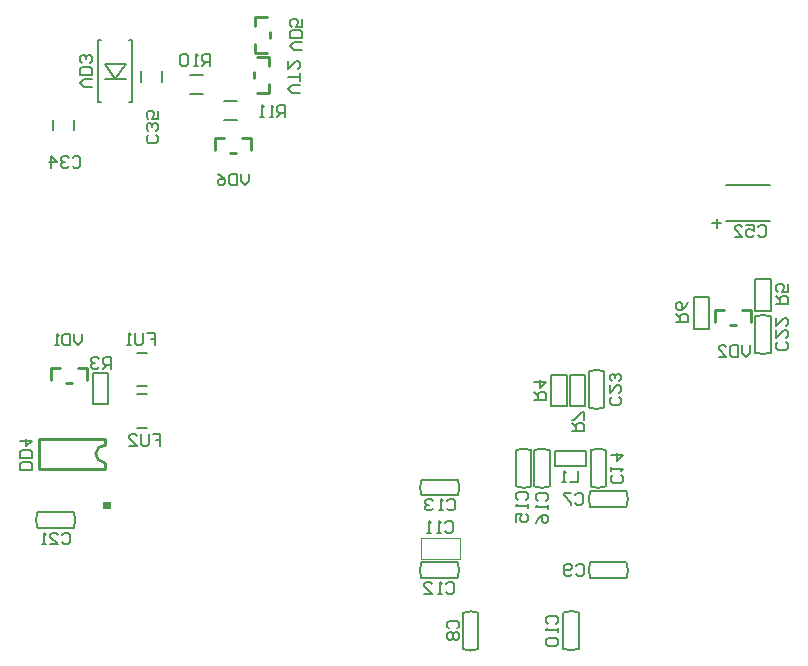
<source format=gbo>
G04 Layer_Color=32896*
%FSLAX24Y24*%
%MOIN*%
G70*
G01*
G75*
%ADD10C,0.0079*%
%ADD71C,0.0070*%
%ADD73C,0.0100*%
%ADD75C,0.0039*%
%ADD76C,0.0050*%
%ADD77C,0.0067*%
G36*
X35067Y29014D02*
X34817D01*
Y29264D01*
X35067D01*
Y29014D01*
D02*
G37*
D10*
X55578Y38632D02*
X57038D01*
X55578Y39812D02*
X57038D01*
X55118Y38552D02*
X55418D01*
X55268Y38402D02*
Y38702D01*
X38858Y41988D02*
X39291D01*
X38858Y42618D02*
X39291D01*
X37717Y43494D02*
X38150D01*
X37717Y42864D02*
X38150D01*
X34646Y42579D02*
Y44665D01*
X35787Y42579D02*
Y44665D01*
X34646Y42579D02*
X34754D01*
X35679D02*
X35787D01*
X34646Y44665D02*
X34754D01*
X35679D02*
X35787D01*
X35935Y32844D02*
X36289D01*
X35935Y31742D02*
X36289D01*
X35935Y34242D02*
X36289D01*
X35935Y33140D02*
X36289D01*
X50555Y29491D02*
X50620Y29557D01*
X50751D01*
X50817Y29491D01*
Y29229D01*
X50751Y29163D01*
X50620D01*
X50555Y29229D01*
X50423Y29557D02*
X50161D01*
Y29491D01*
X50423Y29229D01*
Y29163D01*
X46345Y25043D02*
X46280Y25108D01*
Y25240D01*
X46345Y25305D01*
X46608D01*
X46673Y25240D01*
Y25108D01*
X46608Y25043D01*
X46345Y24912D02*
X46280Y24846D01*
Y24715D01*
X46345Y24649D01*
X46411D01*
X46476Y24715D01*
X46542Y24649D01*
X46608D01*
X46673Y24715D01*
Y24846D01*
X46608Y24912D01*
X46542D01*
X46476Y24846D01*
X46411Y24912D01*
X46345D01*
X46476Y24846D02*
Y24715D01*
X50574Y27119D02*
X50640Y27185D01*
X50771D01*
X50837Y27119D01*
Y26857D01*
X50771Y26791D01*
X50640D01*
X50574Y26857D01*
X50443D02*
X50377Y26791D01*
X50246D01*
X50181Y26857D01*
Y27119D01*
X50246Y27185D01*
X50377D01*
X50443Y27119D01*
Y27054D01*
X50377Y26988D01*
X50181D01*
X49642Y25190D02*
X49577Y25256D01*
Y25387D01*
X49642Y25453D01*
X49905D01*
X49970Y25387D01*
Y25256D01*
X49905Y25190D01*
X49970Y25059D02*
Y24928D01*
Y24994D01*
X49577D01*
X49642Y25059D01*
Y24731D02*
X49577Y24666D01*
Y24534D01*
X49642Y24469D01*
X49905D01*
X49970Y24534D01*
Y24666D01*
X49905Y24731D01*
X49642D01*
X46204Y28566D02*
X46270Y28632D01*
X46401D01*
X46467Y28566D01*
Y28304D01*
X46401Y28238D01*
X46270D01*
X46204Y28304D01*
X46073Y28238D02*
X45942D01*
X46007D01*
Y28632D01*
X46073Y28566D01*
X45745Y28238D02*
X45614D01*
X45679D01*
Y28632D01*
X45745Y28566D01*
X46234Y26529D02*
X46299Y26594D01*
X46430D01*
X46496Y26529D01*
Y26266D01*
X46430Y26201D01*
X46299D01*
X46234Y26266D01*
X46102Y26201D02*
X45971D01*
X46037D01*
Y26594D01*
X46102Y26529D01*
X45512Y26201D02*
X45775D01*
X45512Y26463D01*
Y26529D01*
X45578Y26594D01*
X45709D01*
X45775Y26529D01*
X46273Y29304D02*
X46339Y29370D01*
X46470D01*
X46535Y29304D01*
Y29042D01*
X46470Y28976D01*
X46339D01*
X46273Y29042D01*
X46142Y28976D02*
X46011D01*
X46076D01*
Y29370D01*
X46142Y29304D01*
X45814D02*
X45748Y29370D01*
X45617D01*
X45552Y29304D01*
Y29239D01*
X45617Y29173D01*
X45683D01*
X45617D01*
X45552Y29108D01*
Y29042D01*
X45617Y28976D01*
X45748D01*
X45814Y29042D01*
X52070Y30164D02*
X52136Y30098D01*
Y29967D01*
X52070Y29902D01*
X51808D01*
X51742Y29967D01*
Y30098D01*
X51808Y30164D01*
X51742Y30295D02*
Y30426D01*
Y30361D01*
X52136D01*
X52070Y30295D01*
X51742Y30820D02*
X52136D01*
X51939Y30623D01*
Y30886D01*
X48648Y29324D02*
X48583Y29390D01*
Y29521D01*
X48648Y29587D01*
X48911D01*
X48976Y29521D01*
Y29390D01*
X48911Y29324D01*
X48976Y29193D02*
Y29062D01*
Y29127D01*
X48583D01*
X48648Y29193D01*
X48583Y28603D02*
Y28865D01*
X48780D01*
X48714Y28734D01*
Y28668D01*
X48780Y28603D01*
X48911D01*
X48976Y28668D01*
Y28799D01*
X48911Y28865D01*
X49318Y29285D02*
X49252Y29350D01*
Y29482D01*
X49318Y29547D01*
X49580D01*
X49646Y29482D01*
Y29350D01*
X49580Y29285D01*
X49646Y29154D02*
Y29022D01*
Y29088D01*
X49252D01*
X49318Y29154D01*
X49252Y28563D02*
X49318Y28695D01*
X49449Y28826D01*
X49580D01*
X49646Y28760D01*
Y28629D01*
X49580Y28563D01*
X49514D01*
X49449Y28629D01*
Y28826D01*
X33448Y28172D02*
X33514Y28238D01*
X33645D01*
X33711Y28172D01*
Y27910D01*
X33645Y27844D01*
X33514D01*
X33448Y27910D01*
X33055Y27844D02*
X33317D01*
X33055Y28107D01*
Y28172D01*
X33120Y28238D01*
X33251D01*
X33317Y28172D01*
X32923Y27844D02*
X32792D01*
X32858D01*
Y28238D01*
X32923Y28172D01*
X57582Y34593D02*
X57648Y34527D01*
Y34396D01*
X57582Y34331D01*
X57320D01*
X57254Y34396D01*
Y34527D01*
X57320Y34593D01*
X57254Y34987D02*
Y34724D01*
X57516Y34987D01*
X57582D01*
X57648Y34921D01*
Y34790D01*
X57582Y34724D01*
X57254Y35380D02*
Y35118D01*
X57516Y35380D01*
X57582D01*
X57648Y35315D01*
Y35183D01*
X57582Y35118D01*
X52021Y32753D02*
X52086Y32687D01*
Y32556D01*
X52021Y32490D01*
X51759D01*
X51693Y32556D01*
Y32687D01*
X51759Y32753D01*
X51693Y33146D02*
Y32884D01*
X51955Y33146D01*
X52021D01*
X52086Y33081D01*
Y32949D01*
X52021Y32884D01*
Y33277D02*
X52086Y33343D01*
Y33474D01*
X52021Y33540D01*
X51955D01*
X51890Y33474D01*
Y33409D01*
Y33474D01*
X51824Y33540D01*
X51759D01*
X51693Y33474D01*
Y33343D01*
X51759Y33277D01*
X33793Y40732D02*
X33858Y40797D01*
X33990D01*
X34055Y40732D01*
Y40469D01*
X33990Y40404D01*
X33858D01*
X33793Y40469D01*
X33662Y40732D02*
X33596Y40797D01*
X33465D01*
X33399Y40732D01*
Y40666D01*
X33465Y40600D01*
X33530D01*
X33465D01*
X33399Y40535D01*
Y40469D01*
X33465Y40404D01*
X33596D01*
X33662Y40469D01*
X33071Y40404D02*
Y40797D01*
X33268Y40600D01*
X33006D01*
X36588Y41493D02*
X36653Y41427D01*
Y41296D01*
X36588Y41230D01*
X36325D01*
X36260Y41296D01*
Y41427D01*
X36325Y41493D01*
X36588Y41624D02*
X36653Y41689D01*
Y41821D01*
X36588Y41886D01*
X36522D01*
X36457Y41821D01*
Y41755D01*
Y41821D01*
X36391Y41886D01*
X36325D01*
X36260Y41821D01*
Y41689D01*
X36325Y41624D01*
X36653Y42280D02*
Y42017D01*
X36457D01*
X36522Y42149D01*
Y42214D01*
X36457Y42280D01*
X36325D01*
X36260Y42214D01*
Y42083D01*
X36325Y42017D01*
X56647Y38419D02*
X56713Y38484D01*
X56844D01*
X56909Y38419D01*
Y38156D01*
X56844Y38091D01*
X56713D01*
X56647Y38156D01*
X56253Y38484D02*
X56516D01*
Y38287D01*
X56385Y38353D01*
X56319D01*
X56253Y38287D01*
Y38156D01*
X56319Y38091D01*
X56450D01*
X56516Y38156D01*
X55860Y38091D02*
X56122D01*
X55860Y38353D01*
Y38419D01*
X55926Y38484D01*
X56057D01*
X56122Y38419D01*
X32451Y30325D02*
X32057D01*
Y30522D01*
X32123Y30587D01*
X32385D01*
X32451Y30522D01*
Y30325D01*
Y30718D02*
X32057D01*
Y30915D01*
X32123Y30981D01*
X32385D01*
X32451Y30915D01*
Y30718D01*
X32057Y31309D02*
X32451D01*
X32254Y31112D01*
Y31374D01*
X50650Y30305D02*
Y29911D01*
X50387D01*
X50256D02*
X50125D01*
X50190D01*
Y30305D01*
X50256Y30239D01*
X35069Y33701D02*
Y34094D01*
X34872D01*
X34807Y34029D01*
Y33898D01*
X34872Y33832D01*
X35069D01*
X34938D02*
X34807Y33701D01*
X34675Y34029D02*
X34610Y34094D01*
X34479D01*
X34413Y34029D01*
Y33963D01*
X34479Y33898D01*
X34544D01*
X34479D01*
X34413Y33832D01*
Y33766D01*
X34479Y33701D01*
X34610D01*
X34675Y33766D01*
X49173Y32657D02*
X49567D01*
Y32854D01*
X49501Y32920D01*
X49370D01*
X49304Y32854D01*
Y32657D01*
Y32789D02*
X49173Y32920D01*
Y33248D02*
X49567D01*
X49370Y33051D01*
Y33313D01*
X57234Y35856D02*
X57628D01*
Y36053D01*
X57562Y36119D01*
X57431D01*
X57365Y36053D01*
Y35856D01*
Y35987D02*
X57234Y36119D01*
X57628Y36512D02*
Y36250D01*
X57431D01*
X57497Y36381D01*
Y36447D01*
X57431Y36512D01*
X57300D01*
X57234Y36447D01*
Y36315D01*
X57300Y36250D01*
X53917Y35256D02*
X54310D01*
Y35453D01*
X54245Y35518D01*
X54113D01*
X54048Y35453D01*
Y35256D01*
Y35387D02*
X53917Y35518D01*
X54310Y35912D02*
X54245Y35781D01*
X54113Y35649D01*
X53982D01*
X53917Y35715D01*
Y35846D01*
X53982Y35912D01*
X54048D01*
X54113Y35846D01*
Y35649D01*
X50453Y31614D02*
X50846D01*
Y31811D01*
X50781Y31877D01*
X50650D01*
X50584Y31811D01*
Y31614D01*
Y31745D02*
X50453Y31877D01*
X50846Y32008D02*
Y32270D01*
X50781D01*
X50518Y32008D01*
X50453D01*
X38366Y43799D02*
Y44193D01*
X38169D01*
X38104Y44127D01*
Y43996D01*
X38169Y43930D01*
X38366D01*
X38235D02*
X38104Y43799D01*
X37973D02*
X37841D01*
X37907D01*
Y44193D01*
X37973Y44127D01*
X37645D02*
X37579Y44193D01*
X37448D01*
X37382Y44127D01*
Y43865D01*
X37448Y43799D01*
X37579D01*
X37645Y43865D01*
Y44127D01*
X40886Y42106D02*
Y42500D01*
X40689D01*
X40623Y42434D01*
Y42303D01*
X40689Y42237D01*
X40886D01*
X40755D02*
X40623Y42106D01*
X40492D02*
X40361D01*
X40427D01*
Y42500D01*
X40492Y42434D01*
X40164Y42106D02*
X40033D01*
X40099D01*
Y42500D01*
X40164Y42434D01*
X34114Y34872D02*
Y34610D01*
X33983Y34478D01*
X33852Y34610D01*
Y34872D01*
X33721D02*
Y34478D01*
X33524D01*
X33458Y34544D01*
Y34806D01*
X33524Y34872D01*
X33721D01*
X33327Y34478D02*
X33196D01*
X33261D01*
Y34872D01*
X33327Y34806D01*
X56378Y34488D02*
Y34226D01*
X56247Y34094D01*
X56116Y34226D01*
Y34488D01*
X55984D02*
Y34094D01*
X55788D01*
X55722Y34160D01*
Y34422D01*
X55788Y34488D01*
X55984D01*
X55328Y34094D02*
X55591D01*
X55328Y34357D01*
Y34422D01*
X55394Y34488D01*
X55525D01*
X55591Y34422D01*
X34439Y43100D02*
X34176D01*
X34045Y43232D01*
X34176Y43363D01*
X34439D01*
Y43494D02*
X34045D01*
Y43691D01*
X34111Y43756D01*
X34373D01*
X34439Y43691D01*
Y43494D01*
X34373Y43888D02*
X34439Y43953D01*
Y44084D01*
X34373Y44150D01*
X34308D01*
X34242Y44084D01*
Y44019D01*
Y44084D01*
X34176Y44150D01*
X34111D01*
X34045Y44084D01*
Y43953D01*
X34111Y43888D01*
X41447Y44321D02*
X41184D01*
X41053Y44452D01*
X41184Y44583D01*
X41447D01*
Y44714D02*
X41053D01*
Y44911D01*
X41119Y44977D01*
X41381D01*
X41447Y44911D01*
Y44714D01*
Y45370D02*
Y45108D01*
X41250D01*
X41316Y45239D01*
Y45305D01*
X41250Y45370D01*
X41119D01*
X41053Y45305D01*
Y45174D01*
X41119Y45108D01*
X39675Y40207D02*
Y39944D01*
X39544Y39813D01*
X39413Y39944D01*
Y40207D01*
X39282D02*
Y39813D01*
X39085D01*
X39019Y39879D01*
Y40141D01*
X39085Y40207D01*
X39282D01*
X38626D02*
X38757Y40141D01*
X38888Y40010D01*
Y39879D01*
X38822Y39813D01*
X38691D01*
X38626Y39879D01*
Y39944D01*
X38691Y40010D01*
X38888D01*
X41368Y42894D02*
X41106D01*
X40974Y43025D01*
X41106Y43156D01*
X41368D01*
Y43287D02*
Y43550D01*
Y43418D01*
X40974D01*
Y43943D02*
Y43681D01*
X41237Y43943D01*
X41302D01*
X41368Y43878D01*
Y43746D01*
X41302Y43681D01*
X36273Y34901D02*
X36535D01*
Y34705D01*
X36404D01*
X36535D01*
Y34508D01*
X36142Y34901D02*
Y34573D01*
X36076Y34508D01*
X35945D01*
X35879Y34573D01*
Y34901D01*
X35748Y34508D02*
X35617D01*
X35683D01*
Y34901D01*
X35748Y34836D01*
X36460Y31535D02*
X36722D01*
Y31339D01*
X36591D01*
X36722D01*
Y31142D01*
X36329Y31535D02*
Y31207D01*
X36263Y31142D01*
X36132D01*
X36066Y31207D01*
Y31535D01*
X35673Y31142D02*
X35935D01*
X35673Y31404D01*
Y31470D01*
X35739Y31535D01*
X35870D01*
X35935Y31470D01*
D71*
X51005Y32408D02*
G03*
X51516Y32409I255J609D01*
G01*
Y33616D02*
G03*
X51005Y33616I-256J-608D01*
G01*
X57067Y35446D02*
G03*
X56556Y35446I-255J-609D01*
G01*
Y34239D02*
G03*
X57067Y34238I256J608D01*
G01*
X32625Y28917D02*
G03*
X32624Y28407I608J-256D01*
G01*
X33832D02*
G03*
X33831Y28917I-609J255D01*
G01*
X45420Y27244D02*
G03*
X45419Y26733I608J-256D01*
G01*
X46627D02*
G03*
X46627Y27244I-609J255D01*
G01*
X45430Y30000D02*
G03*
X45429Y29489I608J-256D01*
G01*
X46637D02*
G03*
X46637Y30000I-609J255D01*
G01*
X52257Y29104D02*
G03*
X52258Y29615I-608J256D01*
G01*
X51050D02*
G03*
X51050Y29104I609J-255D01*
G01*
X52257Y26732D02*
G03*
X52258Y27243I-608J256D01*
G01*
X51050D02*
G03*
X51050Y26732I609J-255D01*
G01*
X50158Y24367D02*
G03*
X50668Y24366I256J608D01*
G01*
Y25574D02*
G03*
X50158Y25574I-255J-609D01*
G01*
X46811Y24357D02*
G03*
X47322Y24356I256J608D01*
G01*
Y25564D02*
G03*
X46811Y25564I-255J-609D01*
G01*
X49695Y30988D02*
G03*
X49184Y30988I-256J-608D01*
G01*
Y29780D02*
G03*
X49695Y29781I255J609D01*
G01*
X49085Y30988D02*
G03*
X48574Y30988I-256J-608D01*
G01*
Y29780D02*
G03*
X49085Y29781I255J609D01*
G01*
X51575Y30988D02*
G03*
X51064Y30988I-256J-608D01*
G01*
Y29780D02*
G03*
X51575Y29781I255J609D01*
G01*
X49754Y32461D02*
X50266D01*
X49754Y33504D02*
X50266D01*
X49754Y32461D02*
Y33504D01*
X50266Y32461D02*
Y33504D01*
X50364Y33504D02*
X50876D01*
X50364Y32461D02*
X50876D01*
Y33504D01*
X50364Y32461D02*
Y33504D01*
X51005Y32412D02*
Y33612D01*
X51516Y32411D02*
Y33612D01*
X54508Y36083D02*
X55020D01*
X54508Y35039D02*
X55020D01*
Y36083D01*
X54508Y35039D02*
Y36083D01*
X56555Y35640D02*
X57067D01*
X56555Y36683D02*
X57067D01*
X56555Y35640D02*
Y36683D01*
X57067Y35640D02*
Y36683D01*
Y34242D02*
Y35442D01*
X56556Y34242D02*
Y35443D01*
X32628Y28917D02*
X33829D01*
X32628Y28406D02*
X33828D01*
X34970Y32520D02*
Y33563D01*
X34459Y32520D02*
Y33563D01*
X34970D01*
X34459Y32520D02*
X34970D01*
X45423Y27244D02*
X46624D01*
X45423Y26733D02*
X46623D01*
X45433Y30000D02*
X46634D01*
X45433Y29489D02*
X46633D01*
X51053Y29104D02*
X52254D01*
X51054Y29615D02*
X52254D01*
X51053Y26732D02*
X52254D01*
X51054Y27243D02*
X52254D01*
X50157Y24370D02*
Y25571D01*
X50668Y24370D02*
Y25570D01*
X46811Y24360D02*
Y25561D01*
X47322Y24360D02*
Y25560D01*
X49695Y29783D02*
Y30984D01*
X49184Y29784D02*
Y30984D01*
X49085Y29783D02*
Y30984D01*
X48574Y29784D02*
Y30984D01*
X50925Y30463D02*
Y30974D01*
X49882Y30463D02*
Y30974D01*
Y30463D02*
X50925D01*
X49882Y30974D02*
X50925D01*
X51575Y29783D02*
Y30984D01*
X51064Y29784D02*
Y30984D01*
D73*
X34865Y31141D02*
G03*
X34846Y30583I-19J-279D01*
G01*
X32667Y31364D02*
X34867D01*
X32667Y30364D02*
X34867D01*
X32667D02*
Y31364D01*
X34867Y31164D02*
Y31364D01*
Y30364D02*
Y30564D01*
X39866Y45126D02*
Y45426D01*
Y44226D02*
X40266D01*
X39866D02*
Y44526D01*
X40366Y44726D02*
Y44926D01*
X39866Y45426D02*
X40266D01*
X40351Y42881D02*
Y43181D01*
X39951Y44081D02*
X40351D01*
Y43781D02*
Y44081D01*
X39851Y43381D02*
Y43581D01*
X39951Y42881D02*
X40351D01*
X39447Y41384D02*
X39747D01*
X38547Y40984D02*
Y41384D01*
X38847D01*
X39047Y40884D02*
X39247D01*
X39747Y40984D02*
Y41384D01*
X55194Y35256D02*
Y35656D01*
X55494D01*
X56394Y35256D02*
Y35656D01*
X56094D02*
X56394D01*
X55694Y35156D02*
X55894D01*
X33975Y33717D02*
X34275D01*
X33075Y33317D02*
Y33717D01*
X33375D01*
X33575Y33217D02*
X33775D01*
X34275Y33317D02*
Y33717D01*
D75*
X46693Y27352D02*
Y28061D01*
X45394Y27352D02*
Y28061D01*
X46693D01*
X45394Y27352D02*
X46693D01*
D76*
X34867Y43872D02*
X35217Y43372D01*
X35567Y43872D01*
X34867Y43372D02*
X35567D01*
X34867Y43872D02*
X35567D01*
D77*
X36791Y43258D02*
Y43612D01*
X36083Y43258D02*
Y43612D01*
X33839Y41654D02*
Y42008D01*
X33130Y41654D02*
Y42008D01*
M02*

</source>
